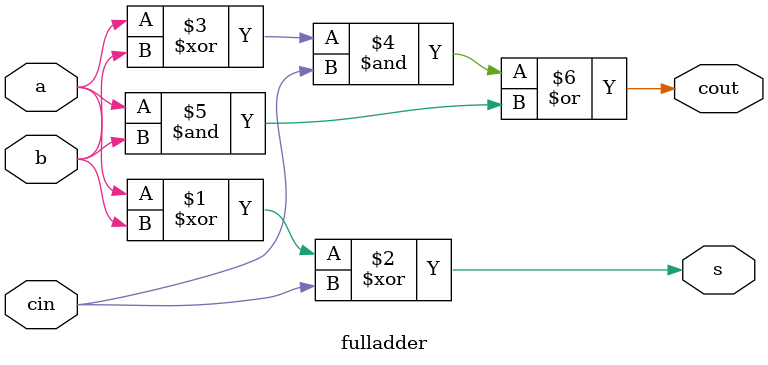
<source format=v>
`timescale 1ns / 1ps
module fulladder

	(
	        input a,
		input b,
		input cin,
		output cout,
                output s
	);
	
	assign s = a ^ b ^ cin;
	assign cout = (a ^ b) & cin | a & b;

endmodule

</source>
